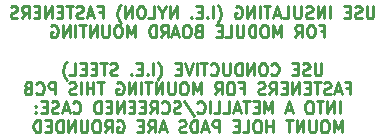
<source format=gbr>
%TF.GenerationSoftware,KiCad,Pcbnew,6.0.1-79c1e3a40b~116~ubuntu20.04.1*%
%TF.CreationDate,2022-01-20T00:26:33+00:00*%
%TF.ProjectId,Amplifier board,416d706c-6966-4696-9572-20626f617264,V1.0*%
%TF.SameCoordinates,Original*%
%TF.FileFunction,Legend,Bot*%
%TF.FilePolarity,Positive*%
%FSLAX46Y46*%
G04 Gerber Fmt 4.6, Leading zero omitted, Abs format (unit mm)*
G04 Created by KiCad (PCBNEW 6.0.1-79c1e3a40b~116~ubuntu20.04.1) date 2022-01-20 00:26:33*
%MOMM*%
%LPD*%
G01*
G04 APERTURE LIST*
%ADD10C,0.250000*%
G04 APERTURE END LIST*
D10*
X137507285Y-88348380D02*
X137507285Y-89157904D01*
X137459666Y-89253142D01*
X137412047Y-89300761D01*
X137316809Y-89348380D01*
X137126333Y-89348380D01*
X137031095Y-89300761D01*
X136983476Y-89253142D01*
X136935857Y-89157904D01*
X136935857Y-88348380D01*
X136507285Y-89300761D02*
X136364428Y-89348380D01*
X136126333Y-89348380D01*
X136031095Y-89300761D01*
X135983476Y-89253142D01*
X135935857Y-89157904D01*
X135935857Y-89062666D01*
X135983476Y-88967428D01*
X136031095Y-88919809D01*
X136126333Y-88872190D01*
X136316809Y-88824571D01*
X136412047Y-88776952D01*
X136459666Y-88729333D01*
X136507285Y-88634095D01*
X136507285Y-88538857D01*
X136459666Y-88443619D01*
X136412047Y-88396000D01*
X136316809Y-88348380D01*
X136078714Y-88348380D01*
X135935857Y-88396000D01*
X135507285Y-88824571D02*
X135173952Y-88824571D01*
X135031095Y-89348380D02*
X135507285Y-89348380D01*
X135507285Y-88348380D01*
X135031095Y-88348380D01*
X133840619Y-89348380D02*
X133840619Y-88348380D01*
X133364428Y-89348380D02*
X133364428Y-88348380D01*
X132793000Y-89348380D01*
X132793000Y-88348380D01*
X132364428Y-89300761D02*
X132221571Y-89348380D01*
X131983476Y-89348380D01*
X131888238Y-89300761D01*
X131840619Y-89253142D01*
X131793000Y-89157904D01*
X131793000Y-89062666D01*
X131840619Y-88967428D01*
X131888238Y-88919809D01*
X131983476Y-88872190D01*
X132173952Y-88824571D01*
X132269190Y-88776952D01*
X132316809Y-88729333D01*
X132364428Y-88634095D01*
X132364428Y-88538857D01*
X132316809Y-88443619D01*
X132269190Y-88396000D01*
X132173952Y-88348380D01*
X131935857Y-88348380D01*
X131793000Y-88396000D01*
X131364428Y-88348380D02*
X131364428Y-89157904D01*
X131316809Y-89253142D01*
X131269190Y-89300761D01*
X131173952Y-89348380D01*
X130983476Y-89348380D01*
X130888238Y-89300761D01*
X130840619Y-89253142D01*
X130793000Y-89157904D01*
X130793000Y-88348380D01*
X129840619Y-89348380D02*
X130316809Y-89348380D01*
X130316809Y-88348380D01*
X129554904Y-89062666D02*
X129078714Y-89062666D01*
X129650142Y-89348380D02*
X129316809Y-88348380D01*
X128983476Y-89348380D01*
X128793000Y-88348380D02*
X128221571Y-88348380D01*
X128507285Y-89348380D02*
X128507285Y-88348380D01*
X127888238Y-89348380D02*
X127888238Y-88348380D01*
X127412047Y-89348380D02*
X127412047Y-88348380D01*
X126840619Y-89348380D01*
X126840619Y-88348380D01*
X125840619Y-88396000D02*
X125935857Y-88348380D01*
X126078714Y-88348380D01*
X126221571Y-88396000D01*
X126316809Y-88491238D01*
X126364428Y-88586476D01*
X126412047Y-88776952D01*
X126412047Y-88919809D01*
X126364428Y-89110285D01*
X126316809Y-89205523D01*
X126221571Y-89300761D01*
X126078714Y-89348380D01*
X125983476Y-89348380D01*
X125840619Y-89300761D01*
X125793000Y-89253142D01*
X125793000Y-88919809D01*
X125983476Y-88919809D01*
X124316809Y-89729333D02*
X124364428Y-89681714D01*
X124459666Y-89538857D01*
X124507285Y-89443619D01*
X124554904Y-89300761D01*
X124602523Y-89062666D01*
X124602523Y-88872190D01*
X124554904Y-88634095D01*
X124507285Y-88491238D01*
X124459666Y-88396000D01*
X124364428Y-88253142D01*
X124316809Y-88205523D01*
X123935857Y-89348380D02*
X123935857Y-88348380D01*
X123459666Y-89253142D02*
X123412047Y-89300761D01*
X123459666Y-89348380D01*
X123507285Y-89300761D01*
X123459666Y-89253142D01*
X123459666Y-89348380D01*
X122983476Y-88824571D02*
X122650142Y-88824571D01*
X122507285Y-89348380D02*
X122983476Y-89348380D01*
X122983476Y-88348380D01*
X122507285Y-88348380D01*
X122078714Y-89253142D02*
X122031095Y-89300761D01*
X122078714Y-89348380D01*
X122126333Y-89300761D01*
X122078714Y-89253142D01*
X122078714Y-89348380D01*
X120840619Y-89348380D02*
X120840619Y-88348380D01*
X120269190Y-89348380D01*
X120269190Y-88348380D01*
X119602523Y-88872190D02*
X119602523Y-89348380D01*
X119935857Y-88348380D02*
X119602523Y-88872190D01*
X119269190Y-88348380D01*
X118459666Y-89348380D02*
X118935857Y-89348380D01*
X118935857Y-88348380D01*
X117935857Y-88348380D02*
X117745380Y-88348380D01*
X117650142Y-88396000D01*
X117554904Y-88491238D01*
X117507285Y-88681714D01*
X117507285Y-89015047D01*
X117554904Y-89205523D01*
X117650142Y-89300761D01*
X117745380Y-89348380D01*
X117935857Y-89348380D01*
X118031095Y-89300761D01*
X118126333Y-89205523D01*
X118173952Y-89015047D01*
X118173952Y-88681714D01*
X118126333Y-88491238D01*
X118031095Y-88396000D01*
X117935857Y-88348380D01*
X117078714Y-89348380D02*
X117078714Y-88348380D01*
X116507285Y-89348380D01*
X116507285Y-88348380D01*
X116126333Y-89729333D02*
X116078714Y-89681714D01*
X115983476Y-89538857D01*
X115935857Y-89443619D01*
X115888238Y-89300761D01*
X115840619Y-89062666D01*
X115840619Y-88872190D01*
X115888238Y-88634095D01*
X115935857Y-88491238D01*
X115983476Y-88396000D01*
X116078714Y-88253142D01*
X116126333Y-88205523D01*
X114269190Y-88824571D02*
X114602523Y-88824571D01*
X114602523Y-89348380D02*
X114602523Y-88348380D01*
X114126333Y-88348380D01*
X113793000Y-89062666D02*
X113316809Y-89062666D01*
X113888238Y-89348380D02*
X113554904Y-88348380D01*
X113221571Y-89348380D01*
X112935857Y-89300761D02*
X112793000Y-89348380D01*
X112554904Y-89348380D01*
X112459666Y-89300761D01*
X112412047Y-89253142D01*
X112364428Y-89157904D01*
X112364428Y-89062666D01*
X112412047Y-88967428D01*
X112459666Y-88919809D01*
X112554904Y-88872190D01*
X112745380Y-88824571D01*
X112840619Y-88776952D01*
X112888238Y-88729333D01*
X112935857Y-88634095D01*
X112935857Y-88538857D01*
X112888238Y-88443619D01*
X112840619Y-88396000D01*
X112745380Y-88348380D01*
X112507285Y-88348380D01*
X112364428Y-88396000D01*
X112078714Y-88348380D02*
X111507285Y-88348380D01*
X111793000Y-89348380D02*
X111793000Y-88348380D01*
X111173952Y-88824571D02*
X110840619Y-88824571D01*
X110697761Y-89348380D02*
X111173952Y-89348380D01*
X111173952Y-88348380D01*
X110697761Y-88348380D01*
X110269190Y-89348380D02*
X110269190Y-88348380D01*
X109697761Y-89348380D01*
X109697761Y-88348380D01*
X109221571Y-88824571D02*
X108888238Y-88824571D01*
X108745380Y-89348380D02*
X109221571Y-89348380D01*
X109221571Y-88348380D01*
X108745380Y-88348380D01*
X107745380Y-89348380D02*
X108078714Y-88872190D01*
X108316809Y-89348380D02*
X108316809Y-88348380D01*
X107935857Y-88348380D01*
X107840619Y-88396000D01*
X107793000Y-88443619D01*
X107745380Y-88538857D01*
X107745380Y-88681714D01*
X107793000Y-88776952D01*
X107840619Y-88824571D01*
X107935857Y-88872190D01*
X108316809Y-88872190D01*
X107364428Y-89300761D02*
X107221571Y-89348380D01*
X106983476Y-89348380D01*
X106888238Y-89300761D01*
X106840619Y-89253142D01*
X106793000Y-89157904D01*
X106793000Y-89062666D01*
X106840619Y-88967428D01*
X106888238Y-88919809D01*
X106983476Y-88872190D01*
X107173952Y-88824571D01*
X107269190Y-88776952D01*
X107316809Y-88729333D01*
X107364428Y-88634095D01*
X107364428Y-88538857D01*
X107316809Y-88443619D01*
X107269190Y-88396000D01*
X107173952Y-88348380D01*
X106935857Y-88348380D01*
X106793000Y-88396000D01*
X133031095Y-90434571D02*
X133364428Y-90434571D01*
X133364428Y-90958380D02*
X133364428Y-89958380D01*
X132888238Y-89958380D01*
X132316809Y-89958380D02*
X132126333Y-89958380D01*
X132031095Y-90006000D01*
X131935857Y-90101238D01*
X131888238Y-90291714D01*
X131888238Y-90625047D01*
X131935857Y-90815523D01*
X132031095Y-90910761D01*
X132126333Y-90958380D01*
X132316809Y-90958380D01*
X132412047Y-90910761D01*
X132507285Y-90815523D01*
X132554904Y-90625047D01*
X132554904Y-90291714D01*
X132507285Y-90101238D01*
X132412047Y-90006000D01*
X132316809Y-89958380D01*
X130888238Y-90958380D02*
X131221571Y-90482190D01*
X131459666Y-90958380D02*
X131459666Y-89958380D01*
X131078714Y-89958380D01*
X130983476Y-90006000D01*
X130935857Y-90053619D01*
X130888238Y-90148857D01*
X130888238Y-90291714D01*
X130935857Y-90386952D01*
X130983476Y-90434571D01*
X131078714Y-90482190D01*
X131459666Y-90482190D01*
X129697761Y-90958380D02*
X129697761Y-89958380D01*
X129364428Y-90672666D01*
X129031095Y-89958380D01*
X129031095Y-90958380D01*
X128364428Y-89958380D02*
X128173952Y-89958380D01*
X128078714Y-90006000D01*
X127983476Y-90101238D01*
X127935857Y-90291714D01*
X127935857Y-90625047D01*
X127983476Y-90815523D01*
X128078714Y-90910761D01*
X128173952Y-90958380D01*
X128364428Y-90958380D01*
X128459666Y-90910761D01*
X128554904Y-90815523D01*
X128602523Y-90625047D01*
X128602523Y-90291714D01*
X128554904Y-90101238D01*
X128459666Y-90006000D01*
X128364428Y-89958380D01*
X127507285Y-90958380D02*
X127507285Y-89958380D01*
X127269190Y-89958380D01*
X127126333Y-90006000D01*
X127031095Y-90101238D01*
X126983476Y-90196476D01*
X126935857Y-90386952D01*
X126935857Y-90529809D01*
X126983476Y-90720285D01*
X127031095Y-90815523D01*
X127126333Y-90910761D01*
X127269190Y-90958380D01*
X127507285Y-90958380D01*
X126507285Y-89958380D02*
X126507285Y-90767904D01*
X126459666Y-90863142D01*
X126412047Y-90910761D01*
X126316809Y-90958380D01*
X126126333Y-90958380D01*
X126031095Y-90910761D01*
X125983476Y-90863142D01*
X125935857Y-90767904D01*
X125935857Y-89958380D01*
X124983476Y-90958380D02*
X125459666Y-90958380D01*
X125459666Y-89958380D01*
X124650142Y-90434571D02*
X124316809Y-90434571D01*
X124173952Y-90958380D02*
X124650142Y-90958380D01*
X124650142Y-89958380D01*
X124173952Y-89958380D01*
X122650142Y-90434571D02*
X122507285Y-90482190D01*
X122459666Y-90529809D01*
X122412047Y-90625047D01*
X122412047Y-90767904D01*
X122459666Y-90863142D01*
X122507285Y-90910761D01*
X122602523Y-90958380D01*
X122983476Y-90958380D01*
X122983476Y-89958380D01*
X122650142Y-89958380D01*
X122554904Y-90006000D01*
X122507285Y-90053619D01*
X122459666Y-90148857D01*
X122459666Y-90244095D01*
X122507285Y-90339333D01*
X122554904Y-90386952D01*
X122650142Y-90434571D01*
X122983476Y-90434571D01*
X121793000Y-89958380D02*
X121602523Y-89958380D01*
X121507285Y-90006000D01*
X121412047Y-90101238D01*
X121364428Y-90291714D01*
X121364428Y-90625047D01*
X121412047Y-90815523D01*
X121507285Y-90910761D01*
X121602523Y-90958380D01*
X121793000Y-90958380D01*
X121888238Y-90910761D01*
X121983476Y-90815523D01*
X122031095Y-90625047D01*
X122031095Y-90291714D01*
X121983476Y-90101238D01*
X121888238Y-90006000D01*
X121793000Y-89958380D01*
X120983476Y-90672666D02*
X120507285Y-90672666D01*
X121078714Y-90958380D02*
X120745380Y-89958380D01*
X120412047Y-90958380D01*
X119507285Y-90958380D02*
X119840619Y-90482190D01*
X120078714Y-90958380D02*
X120078714Y-89958380D01*
X119697761Y-89958380D01*
X119602523Y-90006000D01*
X119554904Y-90053619D01*
X119507285Y-90148857D01*
X119507285Y-90291714D01*
X119554904Y-90386952D01*
X119602523Y-90434571D01*
X119697761Y-90482190D01*
X120078714Y-90482190D01*
X119078714Y-90958380D02*
X119078714Y-89958380D01*
X118840619Y-89958380D01*
X118697761Y-90006000D01*
X118602523Y-90101238D01*
X118554904Y-90196476D01*
X118507285Y-90386952D01*
X118507285Y-90529809D01*
X118554904Y-90720285D01*
X118602523Y-90815523D01*
X118697761Y-90910761D01*
X118840619Y-90958380D01*
X119078714Y-90958380D01*
X117316809Y-90958380D02*
X117316809Y-89958380D01*
X116983476Y-90672666D01*
X116650142Y-89958380D01*
X116650142Y-90958380D01*
X115983476Y-89958380D02*
X115793000Y-89958380D01*
X115697761Y-90006000D01*
X115602523Y-90101238D01*
X115554904Y-90291714D01*
X115554904Y-90625047D01*
X115602523Y-90815523D01*
X115697761Y-90910761D01*
X115793000Y-90958380D01*
X115983476Y-90958380D01*
X116078714Y-90910761D01*
X116173952Y-90815523D01*
X116221571Y-90625047D01*
X116221571Y-90291714D01*
X116173952Y-90101238D01*
X116078714Y-90006000D01*
X115983476Y-89958380D01*
X115126333Y-89958380D02*
X115126333Y-90767904D01*
X115078714Y-90863142D01*
X115031095Y-90910761D01*
X114935857Y-90958380D01*
X114745380Y-90958380D01*
X114650142Y-90910761D01*
X114602523Y-90863142D01*
X114554904Y-90767904D01*
X114554904Y-89958380D01*
X114078714Y-90958380D02*
X114078714Y-89958380D01*
X113507285Y-90958380D01*
X113507285Y-89958380D01*
X113173952Y-89958380D02*
X112602523Y-89958380D01*
X112888238Y-90958380D02*
X112888238Y-89958380D01*
X112269190Y-90958380D02*
X112269190Y-89958380D01*
X111793000Y-90958380D02*
X111793000Y-89958380D01*
X111221571Y-90958380D01*
X111221571Y-89958380D01*
X110221571Y-90006000D02*
X110316809Y-89958380D01*
X110459666Y-89958380D01*
X110602523Y-90006000D01*
X110697761Y-90101238D01*
X110745380Y-90196476D01*
X110793000Y-90386952D01*
X110793000Y-90529809D01*
X110745380Y-90720285D01*
X110697761Y-90815523D01*
X110602523Y-90910761D01*
X110459666Y-90958380D01*
X110364428Y-90958380D01*
X110221571Y-90910761D01*
X110173952Y-90863142D01*
X110173952Y-90529809D01*
X110364428Y-90529809D01*
X133102523Y-93178380D02*
X133102523Y-93987904D01*
X133054904Y-94083142D01*
X133007285Y-94130761D01*
X132912047Y-94178380D01*
X132721571Y-94178380D01*
X132626333Y-94130761D01*
X132578714Y-94083142D01*
X132531095Y-93987904D01*
X132531095Y-93178380D01*
X132102523Y-94130761D02*
X131959666Y-94178380D01*
X131721571Y-94178380D01*
X131626333Y-94130761D01*
X131578714Y-94083142D01*
X131531095Y-93987904D01*
X131531095Y-93892666D01*
X131578714Y-93797428D01*
X131626333Y-93749809D01*
X131721571Y-93702190D01*
X131912047Y-93654571D01*
X132007285Y-93606952D01*
X132054904Y-93559333D01*
X132102523Y-93464095D01*
X132102523Y-93368857D01*
X132054904Y-93273619D01*
X132007285Y-93226000D01*
X131912047Y-93178380D01*
X131673952Y-93178380D01*
X131531095Y-93226000D01*
X131102523Y-93654571D02*
X130769190Y-93654571D01*
X130626333Y-94178380D02*
X131102523Y-94178380D01*
X131102523Y-93178380D01*
X130626333Y-93178380D01*
X128864428Y-94083142D02*
X128912047Y-94130761D01*
X129054904Y-94178380D01*
X129150142Y-94178380D01*
X129293000Y-94130761D01*
X129388238Y-94035523D01*
X129435857Y-93940285D01*
X129483476Y-93749809D01*
X129483476Y-93606952D01*
X129435857Y-93416476D01*
X129388238Y-93321238D01*
X129293000Y-93226000D01*
X129150142Y-93178380D01*
X129054904Y-93178380D01*
X128912047Y-93226000D01*
X128864428Y-93273619D01*
X128245380Y-93178380D02*
X128054904Y-93178380D01*
X127959666Y-93226000D01*
X127864428Y-93321238D01*
X127816809Y-93511714D01*
X127816809Y-93845047D01*
X127864428Y-94035523D01*
X127959666Y-94130761D01*
X128054904Y-94178380D01*
X128245380Y-94178380D01*
X128340619Y-94130761D01*
X128435857Y-94035523D01*
X128483476Y-93845047D01*
X128483476Y-93511714D01*
X128435857Y-93321238D01*
X128340619Y-93226000D01*
X128245380Y-93178380D01*
X127388238Y-94178380D02*
X127388238Y-93178380D01*
X126816809Y-94178380D01*
X126816809Y-93178380D01*
X126340619Y-94178380D02*
X126340619Y-93178380D01*
X126102523Y-93178380D01*
X125959666Y-93226000D01*
X125864428Y-93321238D01*
X125816809Y-93416476D01*
X125769190Y-93606952D01*
X125769190Y-93749809D01*
X125816809Y-93940285D01*
X125864428Y-94035523D01*
X125959666Y-94130761D01*
X126102523Y-94178380D01*
X126340619Y-94178380D01*
X125340619Y-93178380D02*
X125340619Y-93987904D01*
X125293000Y-94083142D01*
X125245380Y-94130761D01*
X125150142Y-94178380D01*
X124959666Y-94178380D01*
X124864428Y-94130761D01*
X124816809Y-94083142D01*
X124769190Y-93987904D01*
X124769190Y-93178380D01*
X123721571Y-94083142D02*
X123769190Y-94130761D01*
X123912047Y-94178380D01*
X124007285Y-94178380D01*
X124150142Y-94130761D01*
X124245380Y-94035523D01*
X124293000Y-93940285D01*
X124340619Y-93749809D01*
X124340619Y-93606952D01*
X124293000Y-93416476D01*
X124245380Y-93321238D01*
X124150142Y-93226000D01*
X124007285Y-93178380D01*
X123912047Y-93178380D01*
X123769190Y-93226000D01*
X123721571Y-93273619D01*
X123435857Y-93178380D02*
X122864428Y-93178380D01*
X123150142Y-94178380D02*
X123150142Y-93178380D01*
X122531095Y-94178380D02*
X122531095Y-93178380D01*
X122197761Y-93178380D02*
X121864428Y-94178380D01*
X121531095Y-93178380D01*
X121197761Y-93654571D02*
X120864428Y-93654571D01*
X120721571Y-94178380D02*
X121197761Y-94178380D01*
X121197761Y-93178380D01*
X120721571Y-93178380D01*
X119245380Y-94559333D02*
X119293000Y-94511714D01*
X119388238Y-94368857D01*
X119435857Y-94273619D01*
X119483476Y-94130761D01*
X119531095Y-93892666D01*
X119531095Y-93702190D01*
X119483476Y-93464095D01*
X119435857Y-93321238D01*
X119388238Y-93226000D01*
X119293000Y-93083142D01*
X119245380Y-93035523D01*
X118864428Y-94178380D02*
X118864428Y-93178380D01*
X118388238Y-94083142D02*
X118340619Y-94130761D01*
X118388238Y-94178380D01*
X118435857Y-94130761D01*
X118388238Y-94083142D01*
X118388238Y-94178380D01*
X117912047Y-93654571D02*
X117578714Y-93654571D01*
X117435857Y-94178380D02*
X117912047Y-94178380D01*
X117912047Y-93178380D01*
X117435857Y-93178380D01*
X117007285Y-94083142D02*
X116959666Y-94130761D01*
X117007285Y-94178380D01*
X117054904Y-94130761D01*
X117007285Y-94083142D01*
X117007285Y-94178380D01*
X115816809Y-94130761D02*
X115673952Y-94178380D01*
X115435857Y-94178380D01*
X115340619Y-94130761D01*
X115293000Y-94083142D01*
X115245380Y-93987904D01*
X115245380Y-93892666D01*
X115293000Y-93797428D01*
X115340619Y-93749809D01*
X115435857Y-93702190D01*
X115626333Y-93654571D01*
X115721571Y-93606952D01*
X115769190Y-93559333D01*
X115816809Y-93464095D01*
X115816809Y-93368857D01*
X115769190Y-93273619D01*
X115721571Y-93226000D01*
X115626333Y-93178380D01*
X115388238Y-93178380D01*
X115245380Y-93226000D01*
X114959666Y-93178380D02*
X114388238Y-93178380D01*
X114673952Y-94178380D02*
X114673952Y-93178380D01*
X114054904Y-93654571D02*
X113721571Y-93654571D01*
X113578714Y-94178380D02*
X114054904Y-94178380D01*
X114054904Y-93178380D01*
X113578714Y-93178380D01*
X113150142Y-93654571D02*
X112816809Y-93654571D01*
X112673952Y-94178380D02*
X113150142Y-94178380D01*
X113150142Y-93178380D01*
X112673952Y-93178380D01*
X111769190Y-94178380D02*
X112245380Y-94178380D01*
X112245380Y-93178380D01*
X111531095Y-94559333D02*
X111483476Y-94511714D01*
X111388238Y-94368857D01*
X111340619Y-94273619D01*
X111293000Y-94130761D01*
X111245380Y-93892666D01*
X111245380Y-93702190D01*
X111293000Y-93464095D01*
X111340619Y-93321238D01*
X111388238Y-93226000D01*
X111483476Y-93083142D01*
X111531095Y-93035523D01*
X135221571Y-95264571D02*
X135554904Y-95264571D01*
X135554904Y-95788380D02*
X135554904Y-94788380D01*
X135078714Y-94788380D01*
X134745380Y-95502666D02*
X134269190Y-95502666D01*
X134840619Y-95788380D02*
X134507285Y-94788380D01*
X134173952Y-95788380D01*
X133888238Y-95740761D02*
X133745380Y-95788380D01*
X133507285Y-95788380D01*
X133412047Y-95740761D01*
X133364428Y-95693142D01*
X133316809Y-95597904D01*
X133316809Y-95502666D01*
X133364428Y-95407428D01*
X133412047Y-95359809D01*
X133507285Y-95312190D01*
X133697761Y-95264571D01*
X133793000Y-95216952D01*
X133840619Y-95169333D01*
X133888238Y-95074095D01*
X133888238Y-94978857D01*
X133840619Y-94883619D01*
X133793000Y-94836000D01*
X133697761Y-94788380D01*
X133459666Y-94788380D01*
X133316809Y-94836000D01*
X133031095Y-94788380D02*
X132459666Y-94788380D01*
X132745380Y-95788380D02*
X132745380Y-94788380D01*
X132126333Y-95264571D02*
X131793000Y-95264571D01*
X131650142Y-95788380D02*
X132126333Y-95788380D01*
X132126333Y-94788380D01*
X131650142Y-94788380D01*
X131221571Y-95788380D02*
X131221571Y-94788380D01*
X130650142Y-95788380D01*
X130650142Y-94788380D01*
X130173952Y-95264571D02*
X129840619Y-95264571D01*
X129697761Y-95788380D02*
X130173952Y-95788380D01*
X130173952Y-94788380D01*
X129697761Y-94788380D01*
X128697761Y-95788380D02*
X129031095Y-95312190D01*
X129269190Y-95788380D02*
X129269190Y-94788380D01*
X128888238Y-94788380D01*
X128793000Y-94836000D01*
X128745380Y-94883619D01*
X128697761Y-94978857D01*
X128697761Y-95121714D01*
X128745380Y-95216952D01*
X128793000Y-95264571D01*
X128888238Y-95312190D01*
X129269190Y-95312190D01*
X128316809Y-95740761D02*
X128173952Y-95788380D01*
X127935857Y-95788380D01*
X127840619Y-95740761D01*
X127793000Y-95693142D01*
X127745380Y-95597904D01*
X127745380Y-95502666D01*
X127793000Y-95407428D01*
X127840619Y-95359809D01*
X127935857Y-95312190D01*
X128126333Y-95264571D01*
X128221571Y-95216952D01*
X128269190Y-95169333D01*
X128316809Y-95074095D01*
X128316809Y-94978857D01*
X128269190Y-94883619D01*
X128221571Y-94836000D01*
X128126333Y-94788380D01*
X127888238Y-94788380D01*
X127745380Y-94836000D01*
X126221571Y-95264571D02*
X126554904Y-95264571D01*
X126554904Y-95788380D02*
X126554904Y-94788380D01*
X126078714Y-94788380D01*
X125507285Y-94788380D02*
X125316809Y-94788380D01*
X125221571Y-94836000D01*
X125126333Y-94931238D01*
X125078714Y-95121714D01*
X125078714Y-95455047D01*
X125126333Y-95645523D01*
X125221571Y-95740761D01*
X125316809Y-95788380D01*
X125507285Y-95788380D01*
X125602523Y-95740761D01*
X125697761Y-95645523D01*
X125745380Y-95455047D01*
X125745380Y-95121714D01*
X125697761Y-94931238D01*
X125602523Y-94836000D01*
X125507285Y-94788380D01*
X124078714Y-95788380D02*
X124412047Y-95312190D01*
X124650142Y-95788380D02*
X124650142Y-94788380D01*
X124269190Y-94788380D01*
X124173952Y-94836000D01*
X124126333Y-94883619D01*
X124078714Y-94978857D01*
X124078714Y-95121714D01*
X124126333Y-95216952D01*
X124173952Y-95264571D01*
X124269190Y-95312190D01*
X124650142Y-95312190D01*
X122888238Y-95788380D02*
X122888238Y-94788380D01*
X122554904Y-95502666D01*
X122221571Y-94788380D01*
X122221571Y-95788380D01*
X121554904Y-94788380D02*
X121364428Y-94788380D01*
X121269190Y-94836000D01*
X121173952Y-94931238D01*
X121126333Y-95121714D01*
X121126333Y-95455047D01*
X121173952Y-95645523D01*
X121269190Y-95740761D01*
X121364428Y-95788380D01*
X121554904Y-95788380D01*
X121650142Y-95740761D01*
X121745380Y-95645523D01*
X121793000Y-95455047D01*
X121793000Y-95121714D01*
X121745380Y-94931238D01*
X121650142Y-94836000D01*
X121554904Y-94788380D01*
X120697761Y-94788380D02*
X120697761Y-95597904D01*
X120650142Y-95693142D01*
X120602523Y-95740761D01*
X120507285Y-95788380D01*
X120316809Y-95788380D01*
X120221571Y-95740761D01*
X120173952Y-95693142D01*
X120126333Y-95597904D01*
X120126333Y-94788380D01*
X119650142Y-95788380D02*
X119650142Y-94788380D01*
X119078714Y-95788380D01*
X119078714Y-94788380D01*
X118745380Y-94788380D02*
X118173952Y-94788380D01*
X118459666Y-95788380D02*
X118459666Y-94788380D01*
X117840619Y-95788380D02*
X117840619Y-94788380D01*
X117364428Y-95788380D02*
X117364428Y-94788380D01*
X116793000Y-95788380D01*
X116793000Y-94788380D01*
X115793000Y-94836000D02*
X115888238Y-94788380D01*
X116031095Y-94788380D01*
X116173952Y-94836000D01*
X116269190Y-94931238D01*
X116316809Y-95026476D01*
X116364428Y-95216952D01*
X116364428Y-95359809D01*
X116316809Y-95550285D01*
X116269190Y-95645523D01*
X116173952Y-95740761D01*
X116031095Y-95788380D01*
X115935857Y-95788380D01*
X115793000Y-95740761D01*
X115745380Y-95693142D01*
X115745380Y-95359809D01*
X115935857Y-95359809D01*
X114697761Y-94788380D02*
X114126333Y-94788380D01*
X114412047Y-95788380D02*
X114412047Y-94788380D01*
X113793000Y-95788380D02*
X113793000Y-94788380D01*
X113793000Y-95264571D02*
X113221571Y-95264571D01*
X113221571Y-95788380D02*
X113221571Y-94788380D01*
X112745380Y-95788380D02*
X112745380Y-94788380D01*
X112316809Y-95740761D02*
X112173952Y-95788380D01*
X111935857Y-95788380D01*
X111840619Y-95740761D01*
X111793000Y-95693142D01*
X111745380Y-95597904D01*
X111745380Y-95502666D01*
X111793000Y-95407428D01*
X111840619Y-95359809D01*
X111935857Y-95312190D01*
X112126333Y-95264571D01*
X112221571Y-95216952D01*
X112269190Y-95169333D01*
X112316809Y-95074095D01*
X112316809Y-94978857D01*
X112269190Y-94883619D01*
X112221571Y-94836000D01*
X112126333Y-94788380D01*
X111888238Y-94788380D01*
X111745380Y-94836000D01*
X110554904Y-95788380D02*
X110554904Y-94788380D01*
X110173952Y-94788380D01*
X110078714Y-94836000D01*
X110031095Y-94883619D01*
X109983476Y-94978857D01*
X109983476Y-95121714D01*
X110031095Y-95216952D01*
X110078714Y-95264571D01*
X110173952Y-95312190D01*
X110554904Y-95312190D01*
X108983476Y-95693142D02*
X109031095Y-95740761D01*
X109173952Y-95788380D01*
X109269190Y-95788380D01*
X109412047Y-95740761D01*
X109507285Y-95645523D01*
X109554904Y-95550285D01*
X109602523Y-95359809D01*
X109602523Y-95216952D01*
X109554904Y-95026476D01*
X109507285Y-94931238D01*
X109412047Y-94836000D01*
X109269190Y-94788380D01*
X109173952Y-94788380D01*
X109031095Y-94836000D01*
X108983476Y-94883619D01*
X108221571Y-95264571D02*
X108078714Y-95312190D01*
X108031095Y-95359809D01*
X107983476Y-95455047D01*
X107983476Y-95597904D01*
X108031095Y-95693142D01*
X108078714Y-95740761D01*
X108173952Y-95788380D01*
X108554904Y-95788380D01*
X108554904Y-94788380D01*
X108221571Y-94788380D01*
X108126333Y-94836000D01*
X108078714Y-94883619D01*
X108031095Y-94978857D01*
X108031095Y-95074095D01*
X108078714Y-95169333D01*
X108126333Y-95216952D01*
X108221571Y-95264571D01*
X108554904Y-95264571D01*
X134650142Y-97398380D02*
X134650142Y-96398380D01*
X134173952Y-97398380D02*
X134173952Y-96398380D01*
X133602523Y-97398380D01*
X133602523Y-96398380D01*
X133269190Y-96398380D02*
X132697761Y-96398380D01*
X132983476Y-97398380D02*
X132983476Y-96398380D01*
X132173952Y-96398380D02*
X131983476Y-96398380D01*
X131888238Y-96446000D01*
X131793000Y-96541238D01*
X131745380Y-96731714D01*
X131745380Y-97065047D01*
X131793000Y-97255523D01*
X131888238Y-97350761D01*
X131983476Y-97398380D01*
X132173952Y-97398380D01*
X132269190Y-97350761D01*
X132364428Y-97255523D01*
X132412047Y-97065047D01*
X132412047Y-96731714D01*
X132364428Y-96541238D01*
X132269190Y-96446000D01*
X132173952Y-96398380D01*
X130602523Y-97112666D02*
X130126333Y-97112666D01*
X130697761Y-97398380D02*
X130364428Y-96398380D01*
X130031095Y-97398380D01*
X128935857Y-97398380D02*
X128935857Y-96398380D01*
X128602523Y-97112666D01*
X128269190Y-96398380D01*
X128269190Y-97398380D01*
X127793000Y-96874571D02*
X127459666Y-96874571D01*
X127316809Y-97398380D02*
X127793000Y-97398380D01*
X127793000Y-96398380D01*
X127316809Y-96398380D01*
X127031095Y-96398380D02*
X126459666Y-96398380D01*
X126745380Y-97398380D02*
X126745380Y-96398380D01*
X126173952Y-97112666D02*
X125697761Y-97112666D01*
X126269190Y-97398380D02*
X125935857Y-96398380D01*
X125602523Y-97398380D01*
X124793000Y-97398380D02*
X125269190Y-97398380D01*
X125269190Y-96398380D01*
X123983476Y-97398380D02*
X124459666Y-97398380D01*
X124459666Y-96398380D01*
X123650142Y-97398380D02*
X123650142Y-96398380D01*
X122602523Y-97303142D02*
X122650142Y-97350761D01*
X122793000Y-97398380D01*
X122888238Y-97398380D01*
X123031095Y-97350761D01*
X123126333Y-97255523D01*
X123173952Y-97160285D01*
X123221571Y-96969809D01*
X123221571Y-96826952D01*
X123173952Y-96636476D01*
X123126333Y-96541238D01*
X123031095Y-96446000D01*
X122888238Y-96398380D01*
X122793000Y-96398380D01*
X122650142Y-96446000D01*
X122602523Y-96493619D01*
X121459666Y-96350761D02*
X122316809Y-97636476D01*
X121173952Y-97350761D02*
X121031095Y-97398380D01*
X120793000Y-97398380D01*
X120697761Y-97350761D01*
X120650142Y-97303142D01*
X120602523Y-97207904D01*
X120602523Y-97112666D01*
X120650142Y-97017428D01*
X120697761Y-96969809D01*
X120793000Y-96922190D01*
X120983476Y-96874571D01*
X121078714Y-96826952D01*
X121126333Y-96779333D01*
X121173952Y-96684095D01*
X121173952Y-96588857D01*
X121126333Y-96493619D01*
X121078714Y-96446000D01*
X120983476Y-96398380D01*
X120745380Y-96398380D01*
X120602523Y-96446000D01*
X119602523Y-97303142D02*
X119650142Y-97350761D01*
X119793000Y-97398380D01*
X119888238Y-97398380D01*
X120031095Y-97350761D01*
X120126333Y-97255523D01*
X120173952Y-97160285D01*
X120221571Y-96969809D01*
X120221571Y-96826952D01*
X120173952Y-96636476D01*
X120126333Y-96541238D01*
X120031095Y-96446000D01*
X119888238Y-96398380D01*
X119793000Y-96398380D01*
X119650142Y-96446000D01*
X119602523Y-96493619D01*
X118602523Y-97398380D02*
X118935857Y-96922190D01*
X119173952Y-97398380D02*
X119173952Y-96398380D01*
X118793000Y-96398380D01*
X118697761Y-96446000D01*
X118650142Y-96493619D01*
X118602523Y-96588857D01*
X118602523Y-96731714D01*
X118650142Y-96826952D01*
X118697761Y-96874571D01*
X118793000Y-96922190D01*
X119173952Y-96922190D01*
X118173952Y-96874571D02*
X117840619Y-96874571D01*
X117697761Y-97398380D02*
X118173952Y-97398380D01*
X118173952Y-96398380D01*
X117697761Y-96398380D01*
X117269190Y-96874571D02*
X116935857Y-96874571D01*
X116793000Y-97398380D02*
X117269190Y-97398380D01*
X117269190Y-96398380D01*
X116793000Y-96398380D01*
X116364428Y-97398380D02*
X116364428Y-96398380D01*
X115793000Y-97398380D01*
X115793000Y-96398380D01*
X115316809Y-96874571D02*
X114983476Y-96874571D01*
X114840619Y-97398380D02*
X115316809Y-97398380D01*
X115316809Y-96398380D01*
X114840619Y-96398380D01*
X114412047Y-97398380D02*
X114412047Y-96398380D01*
X114173952Y-96398380D01*
X114031095Y-96446000D01*
X113935857Y-96541238D01*
X113888238Y-96636476D01*
X113840619Y-96826952D01*
X113840619Y-96969809D01*
X113888238Y-97160285D01*
X113935857Y-97255523D01*
X114031095Y-97350761D01*
X114173952Y-97398380D01*
X114412047Y-97398380D01*
X112078714Y-97303142D02*
X112126333Y-97350761D01*
X112269190Y-97398380D01*
X112364428Y-97398380D01*
X112507285Y-97350761D01*
X112602523Y-97255523D01*
X112650142Y-97160285D01*
X112697761Y-96969809D01*
X112697761Y-96826952D01*
X112650142Y-96636476D01*
X112602523Y-96541238D01*
X112507285Y-96446000D01*
X112364428Y-96398380D01*
X112269190Y-96398380D01*
X112126333Y-96446000D01*
X112078714Y-96493619D01*
X111697761Y-97112666D02*
X111221571Y-97112666D01*
X111793000Y-97398380D02*
X111459666Y-96398380D01*
X111126333Y-97398380D01*
X110840619Y-97350761D02*
X110697761Y-97398380D01*
X110459666Y-97398380D01*
X110364428Y-97350761D01*
X110316809Y-97303142D01*
X110269190Y-97207904D01*
X110269190Y-97112666D01*
X110316809Y-97017428D01*
X110364428Y-96969809D01*
X110459666Y-96922190D01*
X110650142Y-96874571D01*
X110745380Y-96826952D01*
X110793000Y-96779333D01*
X110840619Y-96684095D01*
X110840619Y-96588857D01*
X110793000Y-96493619D01*
X110745380Y-96446000D01*
X110650142Y-96398380D01*
X110412047Y-96398380D01*
X110269190Y-96446000D01*
X109840619Y-96874571D02*
X109507285Y-96874571D01*
X109364428Y-97398380D02*
X109840619Y-97398380D01*
X109840619Y-96398380D01*
X109364428Y-96398380D01*
X108935857Y-97303142D02*
X108888238Y-97350761D01*
X108935857Y-97398380D01*
X108983476Y-97350761D01*
X108935857Y-97303142D01*
X108935857Y-97398380D01*
X108935857Y-96779333D02*
X108888238Y-96826952D01*
X108935857Y-96874571D01*
X108983476Y-96826952D01*
X108935857Y-96779333D01*
X108935857Y-96874571D01*
X134816809Y-99008380D02*
X134816809Y-98008380D01*
X134483476Y-98722666D01*
X134150142Y-98008380D01*
X134150142Y-99008380D01*
X133483476Y-98008380D02*
X133293000Y-98008380D01*
X133197761Y-98056000D01*
X133102523Y-98151238D01*
X133054904Y-98341714D01*
X133054904Y-98675047D01*
X133102523Y-98865523D01*
X133197761Y-98960761D01*
X133293000Y-99008380D01*
X133483476Y-99008380D01*
X133578714Y-98960761D01*
X133673952Y-98865523D01*
X133721571Y-98675047D01*
X133721571Y-98341714D01*
X133673952Y-98151238D01*
X133578714Y-98056000D01*
X133483476Y-98008380D01*
X132626333Y-98008380D02*
X132626333Y-98817904D01*
X132578714Y-98913142D01*
X132531095Y-98960761D01*
X132435857Y-99008380D01*
X132245380Y-99008380D01*
X132150142Y-98960761D01*
X132102523Y-98913142D01*
X132054904Y-98817904D01*
X132054904Y-98008380D01*
X131578714Y-99008380D02*
X131578714Y-98008380D01*
X131007285Y-99008380D01*
X131007285Y-98008380D01*
X130673952Y-98008380D02*
X130102523Y-98008380D01*
X130388238Y-99008380D02*
X130388238Y-98008380D01*
X129007285Y-99008380D02*
X129007285Y-98008380D01*
X129007285Y-98484571D02*
X128435857Y-98484571D01*
X128435857Y-99008380D02*
X128435857Y-98008380D01*
X127769190Y-98008380D02*
X127578714Y-98008380D01*
X127483476Y-98056000D01*
X127388238Y-98151238D01*
X127340619Y-98341714D01*
X127340619Y-98675047D01*
X127388238Y-98865523D01*
X127483476Y-98960761D01*
X127578714Y-99008380D01*
X127769190Y-99008380D01*
X127864428Y-98960761D01*
X127959666Y-98865523D01*
X128007285Y-98675047D01*
X128007285Y-98341714D01*
X127959666Y-98151238D01*
X127864428Y-98056000D01*
X127769190Y-98008380D01*
X126435857Y-99008380D02*
X126912047Y-99008380D01*
X126912047Y-98008380D01*
X126102523Y-98484571D02*
X125769190Y-98484571D01*
X125626333Y-99008380D02*
X126102523Y-99008380D01*
X126102523Y-98008380D01*
X125626333Y-98008380D01*
X124435857Y-99008380D02*
X124435857Y-98008380D01*
X124054904Y-98008380D01*
X123959666Y-98056000D01*
X123912047Y-98103619D01*
X123864428Y-98198857D01*
X123864428Y-98341714D01*
X123912047Y-98436952D01*
X123959666Y-98484571D01*
X124054904Y-98532190D01*
X124435857Y-98532190D01*
X123483476Y-98722666D02*
X123007285Y-98722666D01*
X123578714Y-99008380D02*
X123245380Y-98008380D01*
X122912047Y-99008380D01*
X122578714Y-99008380D02*
X122578714Y-98008380D01*
X122340619Y-98008380D01*
X122197761Y-98056000D01*
X122102523Y-98151238D01*
X122054904Y-98246476D01*
X122007285Y-98436952D01*
X122007285Y-98579809D01*
X122054904Y-98770285D01*
X122102523Y-98865523D01*
X122197761Y-98960761D01*
X122340619Y-99008380D01*
X122578714Y-99008380D01*
X121626333Y-98960761D02*
X121483476Y-99008380D01*
X121245380Y-99008380D01*
X121150142Y-98960761D01*
X121102523Y-98913142D01*
X121054904Y-98817904D01*
X121054904Y-98722666D01*
X121102523Y-98627428D01*
X121150142Y-98579809D01*
X121245380Y-98532190D01*
X121435857Y-98484571D01*
X121531095Y-98436952D01*
X121578714Y-98389333D01*
X121626333Y-98294095D01*
X121626333Y-98198857D01*
X121578714Y-98103619D01*
X121531095Y-98056000D01*
X121435857Y-98008380D01*
X121197761Y-98008380D01*
X121054904Y-98056000D01*
X119912047Y-98722666D02*
X119435857Y-98722666D01*
X120007285Y-99008380D02*
X119673952Y-98008380D01*
X119340619Y-99008380D01*
X118435857Y-99008380D02*
X118769190Y-98532190D01*
X119007285Y-99008380D02*
X119007285Y-98008380D01*
X118626333Y-98008380D01*
X118531095Y-98056000D01*
X118483476Y-98103619D01*
X118435857Y-98198857D01*
X118435857Y-98341714D01*
X118483476Y-98436952D01*
X118531095Y-98484571D01*
X118626333Y-98532190D01*
X119007285Y-98532190D01*
X118007285Y-98484571D02*
X117673952Y-98484571D01*
X117531095Y-99008380D02*
X118007285Y-99008380D01*
X118007285Y-98008380D01*
X117531095Y-98008380D01*
X115816809Y-98056000D02*
X115912047Y-98008380D01*
X116054904Y-98008380D01*
X116197761Y-98056000D01*
X116293000Y-98151238D01*
X116340619Y-98246476D01*
X116388238Y-98436952D01*
X116388238Y-98579809D01*
X116340619Y-98770285D01*
X116293000Y-98865523D01*
X116197761Y-98960761D01*
X116054904Y-99008380D01*
X115959666Y-99008380D01*
X115816809Y-98960761D01*
X115769190Y-98913142D01*
X115769190Y-98579809D01*
X115959666Y-98579809D01*
X114769190Y-99008380D02*
X115102523Y-98532190D01*
X115340619Y-99008380D02*
X115340619Y-98008380D01*
X114959666Y-98008380D01*
X114864428Y-98056000D01*
X114816809Y-98103619D01*
X114769190Y-98198857D01*
X114769190Y-98341714D01*
X114816809Y-98436952D01*
X114864428Y-98484571D01*
X114959666Y-98532190D01*
X115340619Y-98532190D01*
X114150142Y-98008380D02*
X113959666Y-98008380D01*
X113864428Y-98056000D01*
X113769190Y-98151238D01*
X113721571Y-98341714D01*
X113721571Y-98675047D01*
X113769190Y-98865523D01*
X113864428Y-98960761D01*
X113959666Y-99008380D01*
X114150142Y-99008380D01*
X114245380Y-98960761D01*
X114340619Y-98865523D01*
X114388238Y-98675047D01*
X114388238Y-98341714D01*
X114340619Y-98151238D01*
X114245380Y-98056000D01*
X114150142Y-98008380D01*
X113293000Y-98008380D02*
X113293000Y-98817904D01*
X113245380Y-98913142D01*
X113197761Y-98960761D01*
X113102523Y-99008380D01*
X112912047Y-99008380D01*
X112816809Y-98960761D01*
X112769190Y-98913142D01*
X112721571Y-98817904D01*
X112721571Y-98008380D01*
X112245380Y-99008380D02*
X112245380Y-98008380D01*
X111673952Y-99008380D01*
X111673952Y-98008380D01*
X111197761Y-99008380D02*
X111197761Y-98008380D01*
X110959666Y-98008380D01*
X110816809Y-98056000D01*
X110721571Y-98151238D01*
X110673952Y-98246476D01*
X110626333Y-98436952D01*
X110626333Y-98579809D01*
X110673952Y-98770285D01*
X110721571Y-98865523D01*
X110816809Y-98960761D01*
X110959666Y-99008380D01*
X111197761Y-99008380D01*
X110197761Y-98484571D02*
X109864428Y-98484571D01*
X109721571Y-99008380D02*
X110197761Y-99008380D01*
X110197761Y-98008380D01*
X109721571Y-98008380D01*
X109293000Y-99008380D02*
X109293000Y-98008380D01*
X109054904Y-98008380D01*
X108912047Y-98056000D01*
X108816809Y-98151238D01*
X108769190Y-98246476D01*
X108721571Y-98436952D01*
X108721571Y-98579809D01*
X108769190Y-98770285D01*
X108816809Y-98865523D01*
X108912047Y-98960761D01*
X109054904Y-99008380D01*
X109293000Y-99008380D01*
M02*

</source>
